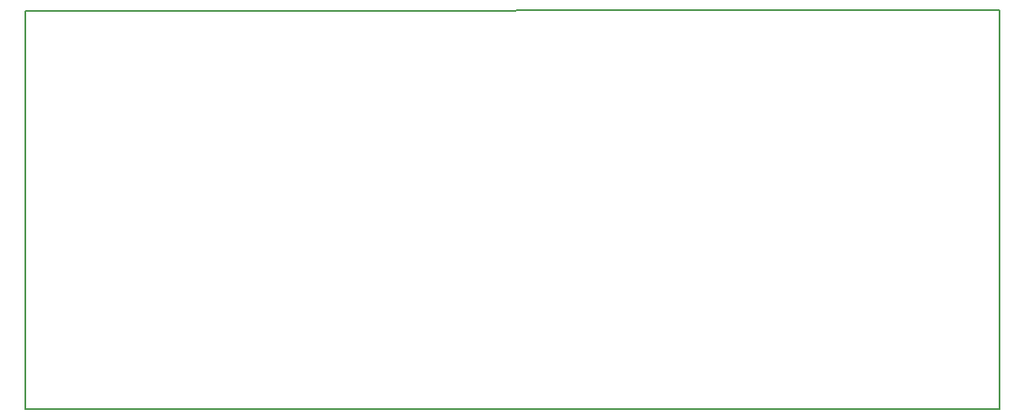
<source format=gbr>
G04 #@! TF.GenerationSoftware,KiCad,Pcbnew,(5.1.4)-1*
G04 #@! TF.CreationDate,2020-07-08T19:37:27+02:00*
G04 #@! TF.ProjectId,SBIO3,5342494f-332e-46b6-9963-61645f706362,rev?*
G04 #@! TF.SameCoordinates,Original*
G04 #@! TF.FileFunction,Other,User*
%FSLAX46Y46*%
G04 Gerber Fmt 4.6, Leading zero omitted, Abs format (unit mm)*
G04 Created by KiCad (PCBNEW (5.1.4)-1) date 2020-07-08 19:37:27*
%MOMM*%
%LPD*%
G04 APERTURE LIST*
%ADD10C,0.150000*%
G04 APERTURE END LIST*
D10*
X75565000Y-172085000D02*
X173355000Y-172085000D01*
X173355000Y-131953000D02*
X173355000Y-172085000D01*
X75566000Y-132015000D02*
X173355000Y-131953000D01*
X75566000Y-132015000D02*
X75566000Y-172085000D01*
M02*

</source>
